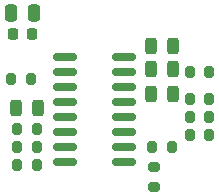
<source format=gbr>
%TF.GenerationSoftware,KiCad,Pcbnew,9.0.1*%
%TF.CreationDate,2025-07-06T22:17:39-07:00*%
%TF.ProjectId,pcb,7063622e-6b69-4636-9164-5f7063625858,rev?*%
%TF.SameCoordinates,Original*%
%TF.FileFunction,Paste,Bot*%
%TF.FilePolarity,Positive*%
%FSLAX46Y46*%
G04 Gerber Fmt 4.6, Leading zero omitted, Abs format (unit mm)*
G04 Created by KiCad (PCBNEW 9.0.1) date 2025-07-06 22:17:39*
%MOMM*%
%LPD*%
G01*
G04 APERTURE LIST*
G04 Aperture macros list*
%AMRoundRect*
0 Rectangle with rounded corners*
0 $1 Rounding radius*
0 $2 $3 $4 $5 $6 $7 $8 $9 X,Y pos of 4 corners*
0 Add a 4 corners polygon primitive as box body*
4,1,4,$2,$3,$4,$5,$6,$7,$8,$9,$2,$3,0*
0 Add four circle primitives for the rounded corners*
1,1,$1+$1,$2,$3*
1,1,$1+$1,$4,$5*
1,1,$1+$1,$6,$7*
1,1,$1+$1,$8,$9*
0 Add four rect primitives between the rounded corners*
20,1,$1+$1,$2,$3,$4,$5,0*
20,1,$1+$1,$4,$5,$6,$7,0*
20,1,$1+$1,$6,$7,$8,$9,0*
20,1,$1+$1,$8,$9,$2,$3,0*%
G04 Aperture macros list end*
%ADD10RoundRect,0.250000X-0.250000X-0.475000X0.250000X-0.475000X0.250000X0.475000X-0.250000X0.475000X0*%
%ADD11RoundRect,0.225000X-0.225000X-0.250000X0.225000X-0.250000X0.225000X0.250000X-0.225000X0.250000X0*%
%ADD12RoundRect,0.200000X-0.200000X-0.275000X0.200000X-0.275000X0.200000X0.275000X-0.200000X0.275000X0*%
%ADD13RoundRect,0.200000X0.275000X-0.200000X0.275000X0.200000X-0.275000X0.200000X-0.275000X-0.200000X0*%
%ADD14RoundRect,0.200000X0.200000X0.275000X-0.200000X0.275000X-0.200000X-0.275000X0.200000X-0.275000X0*%
%ADD15RoundRect,0.243750X-0.243750X-0.456250X0.243750X-0.456250X0.243750X0.456250X-0.243750X0.456250X0*%
%ADD16RoundRect,0.243750X0.243750X0.456250X-0.243750X0.456250X-0.243750X-0.456250X0.243750X-0.456250X0*%
%ADD17RoundRect,0.150000X-0.850000X-0.150000X0.850000X-0.150000X0.850000X0.150000X-0.850000X0.150000X0*%
G04 APERTURE END LIST*
D10*
%TO.C,C2*%
X138204000Y-98592000D03*
X140104000Y-98592000D03*
%TD*%
D11*
%TO.C,C1*%
X139929000Y-100370000D03*
X138379000Y-100370000D03*
%TD*%
D12*
%TO.C,R7*%
X138710000Y-108371000D03*
X140360000Y-108371000D03*
%TD*%
D13*
%TO.C,R4*%
X150330000Y-113260000D03*
X150330000Y-111610000D03*
%TD*%
D14*
%TO.C,R8*%
X154965000Y-108879000D03*
X153315000Y-108879000D03*
%TD*%
D15*
%TO.C,D4*%
X150027500Y-103291000D03*
X151902500Y-103291000D03*
%TD*%
D12*
%TO.C,R10*%
X138202000Y-104180000D03*
X139852000Y-104180000D03*
%TD*%
D14*
%TO.C,R9*%
X154965000Y-103545000D03*
X153315000Y-103545000D03*
%TD*%
D12*
%TO.C,R5*%
X138710000Y-111419000D03*
X140360000Y-111419000D03*
%TD*%
D16*
%TO.C,D1*%
X140472500Y-106593000D03*
X138597500Y-106593000D03*
%TD*%
D15*
%TO.C,D2*%
X150027500Y-101386000D03*
X151902500Y-101386000D03*
%TD*%
D17*
%TO.C,U1*%
X142750000Y-111165000D03*
X142750000Y-109895000D03*
X142750000Y-108625000D03*
X142750000Y-107355000D03*
X142750000Y-106085000D03*
X142750000Y-104815000D03*
X142750000Y-103545000D03*
X142750000Y-102275000D03*
X147750000Y-102275000D03*
X147750000Y-103545000D03*
X147750000Y-104815000D03*
X147750000Y-106085000D03*
X147750000Y-107355000D03*
X147750000Y-108625000D03*
X147750000Y-109895000D03*
X147750000Y-111165000D03*
%TD*%
D14*
%TO.C,R2*%
X154965000Y-107355000D03*
X153315000Y-107355000D03*
%TD*%
%TO.C,R3*%
X151790000Y-109895000D03*
X150140000Y-109895000D03*
%TD*%
D12*
%TO.C,R6*%
X138710000Y-109895000D03*
X140360000Y-109895000D03*
%TD*%
D14*
%TO.C,R1*%
X154965000Y-105831000D03*
X153315000Y-105831000D03*
%TD*%
D15*
%TO.C,D3*%
X150027500Y-105450000D03*
X151902500Y-105450000D03*
%TD*%
M02*

</source>
